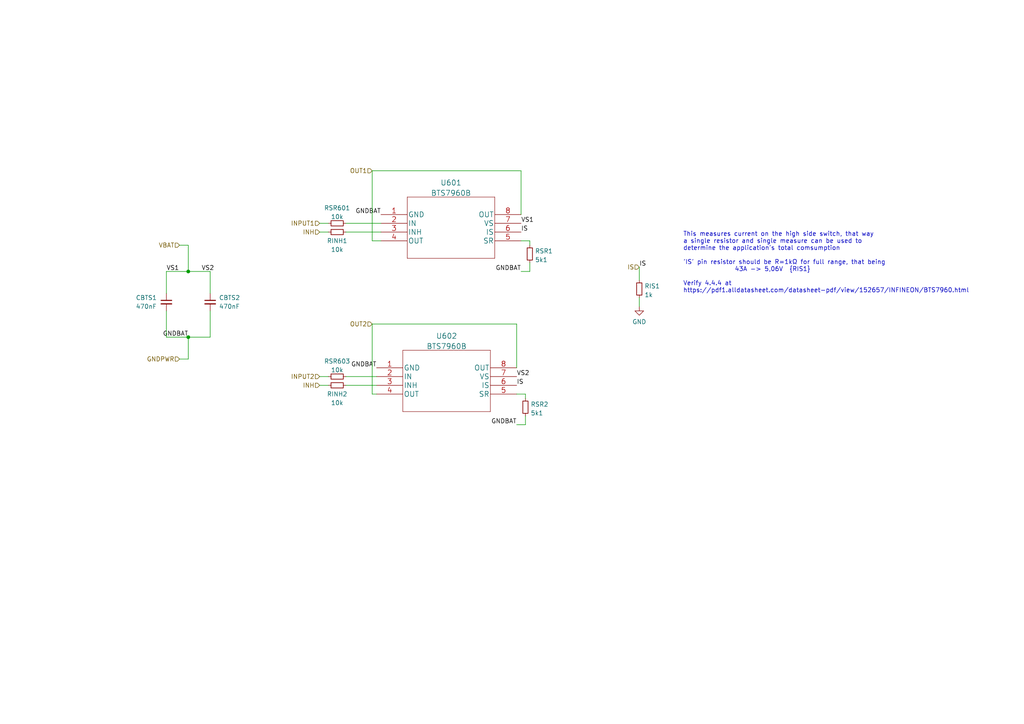
<source format=kicad_sch>
(kicad_sch (version 20211123) (generator eeschema)
  (paper "A4")
  (lib_symbols
    (symbol "BTS7960B:BTS7960B" (pin_names (offset 0.254))
      (property "Reference" "U" (at 20.32 10.16 0))
      (property "Value" "BTS7960B" (at 20.32 7.62 0))
      (symbol "BTS7960B_1_1"
        (polyline (pts (xy 7.62 -12.7) (xy 33.02 -12.7)) (stroke (width 0.127)))
        (polyline (pts (xy 7.62 5.08) (xy 7.62 -12.7)) (stroke (width 0.127)))
        (polyline (pts (xy 33.02 -12.7) (xy 33.02 5.08)) (stroke (width 0.127)))
        (polyline (pts (xy 33.02 5.08) (xy 7.62 5.08)) (stroke (width 0.127)))
        (pin unspecified line (at 0 0 0) (length 7.62) (name "GND") (number "1"))
        (pin unspecified line (at 0 -2.54 0) (length 7.62) (name "IN") (number "2"))
        (pin unspecified line (at 0 -5.08 0) (length 7.62) (name "INH") (number "3"))
        (pin unspecified line (at 0 -7.62 0) (length 7.62) (name "OUT") (number "4"))
        (pin unspecified line (at 40.64 -7.62 180) (length 7.62) (name "SR") (number "5"))
        (pin unspecified line (at 40.64 -5.08 180) (length 7.62) (name "IS") (number "6"))
        (pin unspecified line (at 40.64 -2.54 180) (length 7.62) (name "VS") (number "7"))
        (pin unspecified line (at 40.64 0 180) (length 7.62) (name "OUT") (number "8"))
      )
    )
    (symbol "Device:C_Small" (pin_numbers hide) (pin_names (offset 0.254) hide)
      (property "Reference" "C" (at 0.254 1.778 0))
      (property "Value" "C_Small" (at 0.254 -2.032 0))
      (symbol "C_Small_0_1"
        (polyline (pts (xy -1.524 -0.508) (xy 1.524 -0.508)) (stroke (width 0.3302)))
        (polyline (pts (xy -1.524 0.508) (xy 1.524 0.508)) (stroke (width 0.3048)))
      )
      (symbol "C_Small_1_1"
        (pin passive line (at 0 2.54 270) (length 2.032) (name "~") (number "1"))
        (pin passive line (at 0 -2.54 90) (length 2.032) (name "~") (number "2"))
      )
    )
    (symbol "Device:R_Small" (pin_numbers hide) (pin_names (offset 0.254) hide)
      (property "Reference" "R" (at 0.762 0.508 0))
      (property "Value" "R_Small" (at 0.762 -1.016 0))
      (symbol "R_Small_0_1"
        (rectangle (start -0.762 1.778) (end 0.762 -1.778) (stroke (width 0.2032)))
      )
      (symbol "R_Small_1_1"
        (pin passive line (at 0 2.54 270) (length 0.762) (name "~") (number "1"))
        (pin passive line (at 0 -2.54 90) (length 0.762) (name "~") (number "2"))
      )
    )
    (symbol "power:GND" (power) (pin_names (offset 0))
      (property "Value" "GND" (at 0 -3.81 0))
      (symbol "GND_0_1"
        (polyline (pts (xy 0 0) (xy 0 -1.27) (xy 1.27 -1.27) (xy 0 -2.54) (xy -1.27 -1.27) (xy 0 -1.27)))
      )
      (symbol "GND_1_1"
        (pin power_in line (at 0 0 270) (length 0) hide (name "GND") (number "1"))
      )
    )
  )
  (junction (at 54.61 78.74))
  (junction (at 54.61 97.79))
  (wire (pts (xy 151.13 78.74) (xy 153.67 78.74)))
  (wire (pts (xy 54.61 97.79) (xy 60.96 97.79)))
  (wire (pts (xy 149.86 106.68) (xy 149.86 93.98)))
  (wire (pts (xy 54.61 71.12) (xy 52.07 71.12)))
  (wire (pts (xy 107.95 114.3) (xy 109.22 114.3)))
  (wire (pts (xy 185.42 86.36) (xy 185.42 88.9)))
  (wire (pts (xy 92.71 109.22) (xy 95.25 109.22)))
  (wire (pts (xy 48.26 90.17) (xy 48.26 97.79)))
  (wire (pts (xy 152.4 120.65) (xy 152.4 123.19)))
  (wire (pts (xy 149.86 114.3) (xy 152.4 114.3)))
  (wire (pts (xy 92.71 67.31) (xy 95.25 67.31)))
  (wire (pts (xy 100.33 67.31) (xy 110.49 67.31)))
  (wire (pts (xy 107.95 49.53) (xy 107.95 69.85)))
  (wire (pts (xy 52.07 104.14) (xy 54.61 104.14)))
  (wire (pts (xy 100.33 111.76) (xy 109.22 111.76)))
  (wire (pts (xy 48.26 97.79) (xy 54.61 97.79)))
  (wire (pts (xy 107.95 69.85) (xy 110.49 69.85)))
  (wire (pts (xy 48.26 78.74) (xy 54.61 78.74)))
  (wire (pts (xy 92.71 111.76) (xy 95.25 111.76)))
  (wire (pts (xy 107.95 93.98) (xy 107.95 114.3)))
  (wire (pts (xy 149.86 93.98) (xy 107.95 93.98)))
  (wire (pts (xy 60.96 97.79) (xy 60.96 90.17)))
  (wire (pts (xy 153.67 69.85) (xy 153.67 71.12)))
  (wire (pts (xy 153.67 76.2) (xy 153.67 78.74)))
  (wire (pts (xy 151.13 49.53) (xy 107.95 49.53)))
  (wire (pts (xy 48.26 85.09) (xy 48.26 78.74)))
  (wire (pts (xy 54.61 78.74) (xy 60.96 78.74)))
  (wire (pts (xy 151.13 62.23) (xy 151.13 49.53)))
  (wire (pts (xy 149.86 123.19) (xy 152.4 123.19)))
  (wire (pts (xy 152.4 114.3) (xy 152.4 115.57)))
  (wire (pts (xy 92.71 64.77) (xy 95.25 64.77)))
  (wire (pts (xy 185.42 77.47) (xy 185.42 81.28)))
  (wire (pts (xy 100.33 64.77) (xy 110.49 64.77)))
  (wire (pts (xy 54.61 78.74) (xy 54.61 71.12)))
  (wire (pts (xy 60.96 78.74) (xy 60.96 85.09)))
  (wire (pts (xy 54.61 104.14) (xy 54.61 97.79)))
  (wire (pts (xy 100.33 109.22) (xy 109.22 109.22)))
  (wire (pts (xy 151.13 69.85) (xy 153.67 69.85)))
  (text "This measures current on the high side switch, that way\na single resistor and single measure can be used to\ndetermine the application's total comsumption\n\n'IS' pin resistor should be R=1kΩ for full range, that being \n			43A -> 5,06V  {RIS1}\n\nVerify 4.4.4 at \nhttps://pdf1.alldatasheet.com/datasheet-pdf/view/152657/INFINEON/BTS7960.html" (at 198.12 85.09 0) (effects (font (size 1.27 1.27)) (justify left bottom)))
  (label "VS1" (at 48.26 78.74 0))
  (label "GNDBAT" (at 109.22 106.68 180))
  (label "VS1" (at 151.13 64.77 0))
  (label "GNDBAT" (at 110.49 62.23 180))
  (label "VS2" (at 149.86 109.22 0))
  (label "IS" (at 149.86 111.76 0))
  (label "IS" (at 185.42 77.47 0))
  (label "VS2" (at 58.42 78.74 0))
  (label "GNDBAT" (at 149.86 123.19 180))
  (label "GNDBAT" (at 54.61 97.79 180))
  (label "IS" (at 151.13 67.31 0))
  (label "GNDBAT" (at 151.13 78.74 180))
  (hierarchical_label "INH" (shape input) (at 92.71 111.76 180))
  (hierarchical_label "VBAT" (shape input) (at 52.07 71.12 180))
  (hierarchical_label "IS" (shape input) (at 185.42 77.47 180))
  (hierarchical_label "GNDPWR" (shape input) (at 52.07 104.14 180))
  (hierarchical_label "INPUT2" (shape input) (at 92.71 109.22 180))
  (hierarchical_label "INPUT1" (shape input) (at 92.71 64.77 180))
  (hierarchical_label "OUT1" (shape input) (at 107.95 49.53 180))
  (hierarchical_label "INH" (shape input) (at 92.71 67.31 180))
  (hierarchical_label "OUT2" (shape input) (at 107.95 93.98 180))
  (symbol (lib_id "power:GND") (at 185.42 88.9 0) (unit 1)
    (property "Reference" "#PWR0602" (effects hide))
    (property "Value" "GND" (at 185.42 93.3434 0))
  )
  (symbol (lib_id "BTS7960B:BTS7960B") (at 109.22 106.68 0) (unit 1)
    (property "Reference" "U602" (at 129.54 97.4524 0) (effects (font (size 1.524 1.524))))
    (property "Value" "BTS7960B" (at 129.54 100.4458 0) (effects (font (size 1.524 1.524))))
    (property "Footprint" "Package_TO_SOT_SMD:TO-263-7_TabPin8" (effects hide))
  )
  (symbol (lib_id "Device:R_Small") (at 97.79 67.31 90) (unit 1)
    (property "Reference" "RINH1" (at 97.79 69.8531 90))
    (property "Value" "10k" (at 97.79 72.39 90))
    (property "Footprint" "Resistor_SMD:R_0805_2012Metric_Pad1.20x1.40mm_HandSolder" (effects hide))
  )
  (symbol (lib_id "Device:C_Small") (at 48.26 87.63 0) (mirror y) (unit 1)
    (property "Reference" "CBTS1" (at 39.37 86.36 0) (effects (justify right)))
    (property "Value" "470nF" (at 39.37 88.8969 0) (effects (justify right)))
    (property "Footprint" "Capacitor_SMD:C_0805_2012Metric_Pad1.18x1.45mm_HandSolder" (effects hide))
  )
  (symbol (lib_id "Device:R_Small") (at 97.79 64.77 90) (unit 1)
    (property "Reference" "RSR601" (at 97.79 60.3336 90))
    (property "Value" "10k" (at 97.79 62.8705 90))
    (property "Footprint" "Resistor_SMD:R_0805_2012Metric_Pad1.20x1.40mm_HandSolder" (effects hide))
  )
  (symbol (lib_id "Device:R_Small") (at 97.79 111.76 90) (unit 1)
    (property "Reference" "RINH2" (at 97.79 114.3031 90))
    (property "Value" "10k" (at 97.79 116.84 90))
    (property "Footprint" "Resistor_SMD:R_0805_2012Metric_Pad1.20x1.40mm_HandSolder" (effects hide))
  )
  (symbol (lib_id "Device:R_Small") (at 153.67 73.66 0) (unit 1)
    (property "Reference" "RSR1" (at 155.1686 72.8253 0) (effects (justify left)))
    (property "Value" "5k1" (at 155.1686 75.3622 0) (effects (justify left)))
    (property "Footprint" "Resistor_SMD:R_0805_2012Metric_Pad1.20x1.40mm_HandSolder" (effects hide))
  )
  (symbol (lib_id "Device:R_Small") (at 152.4 118.11 0) (unit 1)
    (property "Reference" "RSR2" (at 153.8986 117.2753 0) (effects (justify left)))
    (property "Value" "5k1" (at 153.8986 119.8122 0) (effects (justify left)))
    (property "Footprint" "Resistor_SMD:R_0805_2012Metric_Pad1.20x1.40mm_HandSolder" (effects hide))
  )
  (symbol (lib_id "Device:C_Small") (at 60.96 87.63 0) (unit 1)
    (property "Reference" "CBTS2" (at 63.5 86.36 0) (effects (justify left)))
    (property "Value" "470nF" (at 63.5 88.8969 0) (effects (justify left)))
    (property "Footprint" "Capacitor_SMD:C_0805_2012Metric_Pad1.18x1.45mm_HandSolder" (effects hide))
  )
  (symbol (lib_id "Device:R_Small") (at 97.79 109.22 90) (unit 1)
    (property "Reference" "RSR603" (at 97.79 104.7836 90))
    (property "Value" "10k" (at 97.79 107.3205 90))
    (property "Footprint" "Resistor_SMD:R_0805_2012Metric_Pad1.20x1.40mm_HandSolder" (effects hide))
  )
  (symbol (lib_id "Device:R_Small") (at 185.42 83.82 0) (unit 1)
    (property "Reference" "RIS1" (at 186.9186 82.9853 0) (effects (justify left)))
    (property "Value" "1k" (at 186.9186 85.5222 0) (effects (justify left)))
    (property "Footprint" "Resistor_SMD:R_0805_2012Metric_Pad1.20x1.40mm_HandSolder" (effects hide))
  )
  (symbol (lib_id "BTS7960B:BTS7960B") (at 110.49 62.23 0) (unit 1)
    (property "Reference" "U601" (at 130.81 53.0024 0) (effects (font (size 1.524 1.524))))
    (property "Value" "BTS7960B" (at 130.81 55.9958 0) (effects (font (size 1.524 1.524))))
    (property "Footprint" "Package_TO_SOT_SMD:TO-263-7_TabPin8" (effects hide))
  )
)
</source>
